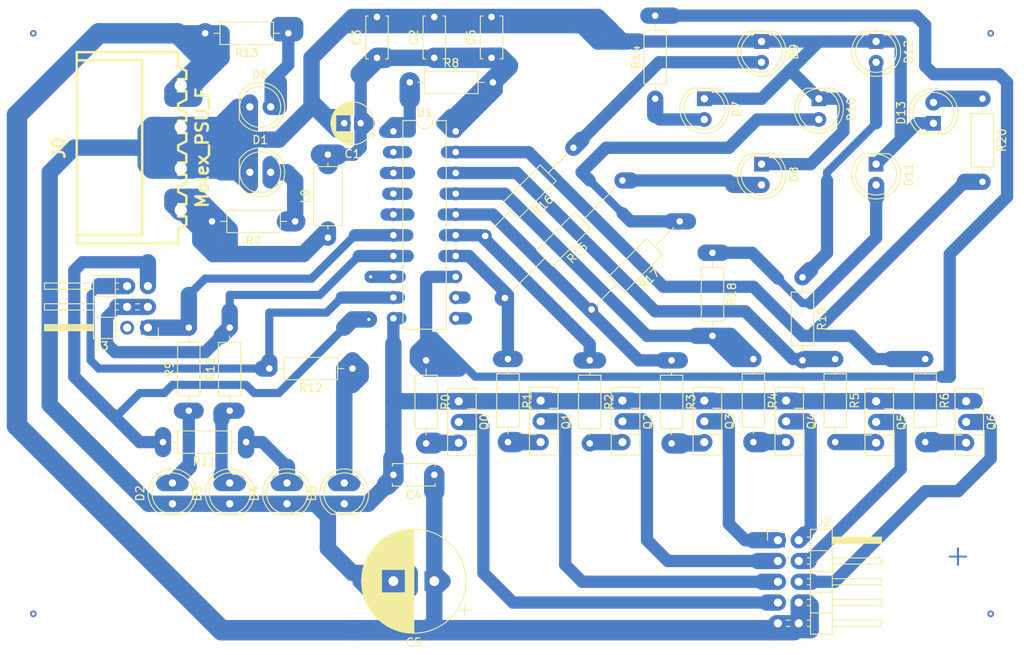
<source format=kicad_pcb>
(kicad_pcb (version 20171130) (host pcbnew 5.1.9)
  (layers (0 F.Cu signal) (31 B.Cu signal) (34 B.Paste user) (35 F.Paste user) (36 B.SilkS user) (37 F.SilkS user) (38 B.Mask user) (39 F.Mask user) (44 Edge.Cuts user))
  (net 0 "")
  (net 1 Earth)
  (net 2 "Net-(D1-Pad2)")
  (net 3 "Net-(D2-Pad2)")
  (net 4 "Net-(D3-Pad2)")
  (net 5 "Net-(D4-Pad2)")
  (net 6 "Net-(D5-Pad2)")
  (net 7 "Net-(D6-Pad2)")
  (net 8 "Net-(D7-Pad2)")
  (net 9 /5V+)
  (net 10 "Net-(D8-Pad2)")
  (net 11 "Net-(D9-Pad2)")
  (net 12 "Net-(D10-Pad2)")
  (net 13 "Net-(D11-Pad2)")
  (net 14 "Net-(D12-Pad2)")
  (net 15 "Net-(D13-Pad2)")
  (net 16 /+12V)
  (net 17 /SEG_G)
  (net 18 /SEG_F)
  (net 19 /SEG_E)
  (net 20 /SEG_D)
  (net 21 /SEG_C)
  (net 22 /SEG_B)
  (net 23 /SEG_A)
  (net 24 "Net-(Q0-Pad3)")
  (net 25 "Net-(Q1-Pad3)")
  (net 26 "Net-(Q2-Pad3)")
  (net 27 "Net-(Q3-Pad3)")
  (net 28 "Net-(Q4-Pad3)")
  (net 29 "Net-(Q5-Pad3)")
  (net 30 "Net-(Q6-Pad3)")
  (net 31 "Net-(R0-Pad1)")
  (net 32 "Net-(R1-Pad1)")
  (net 33 "Net-(R16-Pad2)")
  (net 34 "Net-(R17-Pad2)")
  (net 35 "Net-(R18-Pad2)")
  (net 36 "Net-(R19-Pad2)")
  (net 37 "Net-(R20-Pad2)")
  (net 38 "Net-(R8-Pad1)")
  (net 39 "Net-(U1-Pad11)")
  (net 40 "Net-(U1-Pad2)")
  (net 41 "Net-(U1-Pad12)")
  (net 42 "Net-(U1-Pad3)")
  (net 43 "Net-(U1-Pad4)")
  (net 44 "Net-(U1-Pad5)")
  (net 45 /BIT_C)
  (net 46 /BIT_A)
  (net 47 /BIT_D)
  (net 48 /BIT_B)
  (net 49 "Net-(J3-Pad2)")
  (net 50 "Net-(C1-Pad1)")
  (module Inductor_THT:L_Axial_L7.0mm_D3.3mm_P10.16mm_Horizontal_Fastron_MICC (layer F.Cu) (at 125 65 90)
    (fp_text reference L0 (at 5.08 -2.77 90) (layer F.SilkS))
    (fp_text value 22uH)
    (pad 2 thru_hole oval (at 10.16 0 90) (size 1.6 1.6) (drill 0.8) (layers *.Cu *.Mask) (net 50 "Net-(C1-Pad1)"))
    (pad 1 thru_hole circle (at 0 0 90) (size 1.6 1.6) (drill 0.8) (layers *.Cu *.Mask) (net 9 /5V+))
  )
  (module Capacitor_THT:C_Disc_D5.0mm_W2.5mm_P5.00mm (layer F.Cu) (at 145 43 90)
    (fp_text reference C6 (at 2.5 -2.5 90) (layer F.SilkS))
    (fp_text value 1nF)
    (pad 2 thru_hole circle (at 5 0 90) (size 1.6 1.6) (drill 0.8) (layers *.Cu *.Mask) (net 1 Earth))
    (pad 1 thru_hole circle (at 0 0 90) (size 1.6 1.6) (drill 0.8) (layers *.Cu *.Mask) (net 50 "Net-(C1-Pad1)"))
  )
  (module Capacitor_THT:CP_Radial_D5.0mm_P2.00mm (layer F.Cu) (at 129 51 180)
    (fp_text reference C1 (at 1 -3.75) (layer F.SilkS))
    (fp_text value "10uF 16V LOW ESR")
    (pad 2 thru_hole circle (at 2 0 180) (size 1.6 1.6) (drill 0.8) (layers *.Cu *.Mask) (net 1 Earth))
    (pad 1 thru_hole rect (at 0 0 180) (size 1.6 1.6) (drill 0.8) (layers *.Cu *.Mask) (net 50 "Net-(C1-Pad1)"))
  )
  (module Capacitor_THT:C_Disc_D5.0mm_W2.5mm_P5.00mm (layer F.Cu) (at 138 94 180)
    (fp_text reference C4 (at 2.5 -2.5) (layer F.SilkS))
    (fp_text value 220nF)
    (pad 2 thru_hole circle (at 5 0 180) (size 1.6 1.6) (drill 0.8) (layers *.Cu *.Mask) (net 1 Earth))
    (pad 1 thru_hole circle (at 0 0 180) (size 1.6 1.6) (drill 0.8) (layers *.Cu *.Mask) (net 16 /+12V))
  )
  (module Capacitor_THT:C_Disc_D5.0mm_W2.5mm_P5.00mm (layer F.Cu) (at 131 43 90)
    (fp_text reference C3 (at 2.5 -2.5 90) (layer F.SilkS))
    (fp_text value 100nF)
    (pad 2 thru_hole circle (at 5 0 90) (size 1.6 1.6) (drill 0.8) (layers *.Cu *.Mask) (net 1 Earth))
    (pad 1 thru_hole circle (at 0 0 90) (size 1.6 1.6) (drill 0.8) (layers *.Cu *.Mask) (net 50 "Net-(C1-Pad1)"))
  )
  (module Capacitor_THT:C_Disc_D5.0mm_W2.5mm_P5.00mm (layer F.Cu) (at 138 43 90)
    (fp_text reference C2 (at 2.5 -2.5 90) (layer F.SilkS))
    (fp_text value 10nF)
    (pad 2 thru_hole circle (at 5 0 90) (size 1.6 1.6) (drill 0.8) (layers *.Cu *.Mask) (net 1 Earth))
    (pad 1 thru_hole circle (at 0 0 90) (size 1.6 1.6) (drill 0.8) (layers *.Cu *.Mask) (net 50 "Net-(C1-Pad1)"))
  )
  (module Connector_PinHeader_2.54mm:PinHeader_2x05_P2.54mm_Horizontal (layer F.Cu) (at 180 102)
    (fp_text reference J2 (at 5.655 -2.27) (layer F.SilkS))
    (fp_text value Flat_7seg_F)
    (pad 10 thru_hole oval (at 2.54 10.16) (size 1.7 1.7) (drill 1) (layers *.Cu *.Mask) (net 16 /+12V))
    (pad 9 thru_hole oval (at 0 10.16) (size 1.7 1.7) (drill 1) (layers *.Cu *.Mask) (net 16 /+12V))
    (pad 8 thru_hole oval (at 2.54 7.62) (size 1.7 1.7) (drill 1) (layers *.Cu *.Mask) (net 16 /+12V))
    (pad 7 thru_hole oval (at 0 7.62) (size 1.7 1.7) (drill 1) (layers *.Cu *.Mask) (net 17 /SEG_G))
    (pad 6 thru_hole oval (at 2.54 5.08) (size 1.7 1.7) (drill 1) (layers *.Cu *.Mask) (net 23 /SEG_A))
    (pad 5 thru_hole oval (at 0 5.08) (size 1.7 1.7) (drill 1) (layers *.Cu *.Mask) (net 18 /SEG_F))
    (pad 4 thru_hole oval (at 2.54 2.54) (size 1.7 1.7) (drill 1) (layers *.Cu *.Mask) (net 22 /SEG_B))
    (pad 3 thru_hole oval (at 0 2.54) (size 1.7 1.7) (drill 1) (layers *.Cu *.Mask) (net 19 /SEG_E))
    (pad 2 thru_hole oval (at 2.54 0) (size 1.7 1.7) (drill 1) (layers *.Cu *.Mask) (net 21 /SEG_C))
    (pad 1 thru_hole rect (at 0 0) (size 1.7 1.7) (drill 1) (layers *.Cu *.Mask) (net 20 /SEG_D))
  )
  (module Resistor_THT:R_Axial_DIN0207_L6.3mm_D2.5mm_P10.16mm_Horizontal (layer F.Cu) (at 165 48 90)
    (fp_text reference R14 (at 5.08 -2.37 90) (layer F.SilkS))
    (fp_text value 22k)
    (pad 2 thru_hole oval (at 10.16 0 90) (size 1.6 1.6) (drill 0.8) (layers *.Cu *.Mask) (net 31 "Net-(R0-Pad1)"))
    (pad 1 thru_hole circle (at 0 0 90) (size 1.6 1.6) (drill 0.8) (layers *.Cu *.Mask) (net 8 "Net-(D7-Pad2)"))
  )
  (module Resistor_THT:R_Axial_DIN0207_L6.3mm_D2.5mm_P15.24mm_Horizontal (layer F.Cu) (at 159.203949 59.796051 225)
    (fp_text reference R15 (at 7.62 -2.37 225) (layer F.SilkS))
    (fp_text value 22k)
    (pad 2 thru_hole oval (at 17.78 0 225) (size 1.6 1.6) (drill 0.8) (layers *.Cu *.Mask) (net 32 "Net-(R1-Pad1)"))
    (pad 1 thru_hole circle (at -2.54 0 225) (size 1.6 1.6) (drill 0.8) (layers *.Cu *.Mask) (net 10 "Net-(D8-Pad2)"))
  )
  (module Package_DIP:DIP-20_W7.62mm (layer F.Cu) (at 133 52)
    (fp_text reference U1 (at 3.81 -2.33) (layer F.SilkS))
    (fp_text value ATtiny2313-20PU)
    (pad 1 thru_hole rect (at 0 0) (size 1.6 1.6) (drill 0.8) (layers *.Cu *.Mask) (net 38 "Net-(R8-Pad1)"))
    (pad 11 thru_hole oval (at 7.62 22.86) (size 1.6 1.6) (drill 0.8) (layers *.Cu *.Mask) (net 39 "Net-(U1-Pad11)"))
    (pad 2 thru_hole oval (at 0 2.54) (size 1.6 1.6) (drill 0.8) (layers *.Cu *.Mask) (net 40 "Net-(U1-Pad2)"))
    (pad 12 thru_hole oval (at 7.62 20.32) (size 1.6 1.6) (drill 0.8) (layers *.Cu *.Mask) (net 41 "Net-(U1-Pad12)"))
    (pad 3 thru_hole oval (at 0 5.08) (size 1.6 1.6) (drill 0.8) (layers *.Cu *.Mask) (net 42 "Net-(U1-Pad3)"))
    (pad 13 thru_hole oval (at 7.62 17.78) (size 1.6 1.6) (drill 0.8) (layers *.Cu *.Mask) (net 31 "Net-(R0-Pad1)"))
    (pad 4 thru_hole oval (at 0 7.62) (size 1.6 1.6) (drill 0.8) (layers *.Cu *.Mask) (net 43 "Net-(U1-Pad4)"))
    (pad 14 thru_hole oval (at 7.62 15.24) (size 1.6 1.6) (drill 0.8) (layers *.Cu *.Mask) (net 32 "Net-(R1-Pad1)"))
    (pad 5 thru_hole oval (at 0 10.16) (size 1.6 1.6) (drill 0.8) (layers *.Cu *.Mask) (net 44 "Net-(U1-Pad5)"))
    (pad 15 thru_hole oval (at 7.62 12.7) (size 1.6 1.6) (drill 0.8) (layers *.Cu *.Mask) (net 33 "Net-(R16-Pad2)"))
    (pad 6 thru_hole oval (at 0 12.7) (size 1.6 1.6) (drill 0.8) (layers *.Cu *.Mask) (net 47 /BIT_D))
    (pad 16 thru_hole oval (at 7.62 10.16) (size 1.6 1.6) (drill 0.8) (layers *.Cu *.Mask) (net 34 "Net-(R17-Pad2)"))
    (pad 7 thru_hole oval (at 0 15.24) (size 1.6 1.6) (drill 0.8) (layers *.Cu *.Mask) (net 45 /BIT_C))
    (pad 17 thru_hole oval (at 7.62 7.62) (size 1.6 1.6) (drill 0.8) (layers *.Cu *.Mask) (net 35 "Net-(R18-Pad2)"))
    (pad 8 thru_hole oval (at 0 17.78) (size 1.6 1.6) (drill 0.8) (layers *.Cu *.Mask) (net 48 /BIT_B))
    (pad 18 thru_hole oval (at 7.62 5.08) (size 1.6 1.6) (drill 0.8) (layers *.Cu *.Mask) (net 36 "Net-(R19-Pad2)"))
    (pad 9 thru_hole oval (at 0 20.32) (size 1.6 1.6) (drill 0.8) (layers *.Cu *.Mask) (net 46 /BIT_A))
    (pad 19 thru_hole oval (at 7.62 2.54) (size 1.6 1.6) (drill 0.8) (layers *.Cu *.Mask) (net 37 "Net-(R20-Pad2)"))
    (pad 10 thru_hole oval (at 0 22.86) (size 1.6 1.6) (drill 0.8) (layers *.Cu *.Mask) (net 1 Earth))
    (pad 20 thru_hole oval (at 7.62 0) (size 1.6 1.6) (drill 0.8) (layers *.Cu *.Mask) (net 50 "Net-(C1-Pad1)"))
  )
  (module LED_THT:LED_D5.0mm (layer F.Cu) (at 115.46 57)
    (fp_text reference D1 (at 1.27 -3.96) (layer F.SilkS))
    (fp_text value LED_2V_20mA)
    (pad 1 thru_hole rect (at 0 0) (size 1.8 1.8) (drill 0.9) (layers *.Cu *.Mask) (net 1 Earth))
    (pad 2 thru_hole circle (at 2.54 0) (size 1.8 1.8) (drill 0.9) (layers *.Cu *.Mask) (net 2 "Net-(D1-Pad2)"))
  )
  (module LED_THT:LED_D5.0mm (layer F.Cu) (at 106 97.54 90)
    (fp_text reference D2 (at 1.27 -3.96 90) (layer F.SilkS))
    (fp_text value LED_2V_20mA)
    (pad 1 thru_hole rect (at 0 0 90) (size 1.8 1.8) (drill 0.9) (layers *.Cu *.Mask) (net 1 Earth))
    (pad 2 thru_hole circle (at 2.54 0 90) (size 1.8 1.8) (drill 0.9) (layers *.Cu *.Mask) (net 3 "Net-(D2-Pad2)"))
  )
  (module LED_THT:LED_D5.0mm (layer F.Cu) (at 113 97.54 90)
    (fp_text reference D3 (at 1.27 -3.96 90) (layer F.SilkS))
    (fp_text value LED_2V_20mA)
    (pad 1 thru_hole rect (at 0 0 90) (size 1.8 1.8) (drill 0.9) (layers *.Cu *.Mask) (net 1 Earth))
    (pad 2 thru_hole circle (at 2.54 0 90) (size 1.8 1.8) (drill 0.9) (layers *.Cu *.Mask) (net 4 "Net-(D3-Pad2)"))
  )
  (module LED_THT:LED_D5.0mm (layer F.Cu) (at 120 97.54 90)
    (fp_text reference D4 (at 1.27 -3.96 90) (layer F.SilkS))
    (fp_text value LED_2V_20mA)
    (pad 1 thru_hole rect (at 0 0 90) (size 1.8 1.8) (drill 0.9) (layers *.Cu *.Mask) (net 1 Earth))
    (pad 2 thru_hole circle (at 2.54 0 90) (size 1.8 1.8) (drill 0.9) (layers *.Cu *.Mask) (net 5 "Net-(D4-Pad2)"))
  )
  (module LED_THT:LED_D5.0mm (layer F.Cu) (at 127 97.54 90)
    (fp_text reference D5 (at 1.27 -3.96 90) (layer F.SilkS))
    (fp_text value LED_2V_20mA)
    (pad 2 thru_hole circle (at 2.54 0 90) (size 1.8 1.8) (drill 0.9) (layers *.Cu *.Mask) (net 6 "Net-(D5-Pad2)"))
    (pad 1 thru_hole rect (at 0 0 90) (size 1.8 1.8) (drill 0.9) (layers *.Cu *.Mask) (net 1 Earth))
  )
  (module LED_THT:LED_D5.0mm (layer F.Cu) (at 115.46 49)
    (fp_text reference D6 (at 1.27 -3.96) (layer F.SilkS))
    (fp_text value LED_2V_20mA)
    (pad 1 thru_hole rect (at 0 0) (size 1.8 1.8) (drill 0.9) (layers *.Cu *.Mask) (net 1 Earth))
    (pad 2 thru_hole circle (at 2.54 0) (size 1.8 1.8) (drill 0.9) (layers *.Cu *.Mask) (net 7 "Net-(D6-Pad2)"))
  )
  (module LED_THT:LED_D5.0mm (layer F.Cu) (at 171 48 270)
    (fp_text reference D7 (at 1.27 -3.96 90) (layer F.SilkS))
    (fp_text value LED_2V_20mA_G)
    (pad 2 thru_hole circle (at 2.54 0 270) (size 1.8 1.8) (drill 0.9) (layers *.Cu *.Mask) (net 8 "Net-(D7-Pad2)"))
    (pad 1 thru_hole rect (at 0 0 270) (size 1.8 1.8) (drill 0.9) (layers *.Cu *.Mask) (net 1 Earth))
  )
  (module LED_THT:LED_D5.0mm (layer F.Cu) (at 178 56 270)
    (fp_text reference D8 (at 1.27 -3.96 90) (layer F.SilkS))
    (fp_text value LED_2V_20mA_F)
    (pad 2 thru_hole circle (at 2.54 0 270) (size 1.8 1.8) (drill 0.9) (layers *.Cu *.Mask) (net 10 "Net-(D8-Pad2)"))
    (pad 1 thru_hole rect (at 0 0 270) (size 1.8 1.8) (drill 0.9) (layers *.Cu *.Mask) (net 1 Earth))
  )
  (module LED_THT:LED_D5.0mm (layer F.Cu) (at 178 41 270)
    (fp_text reference D9 (at 1.27 -3.96 90) (layer F.SilkS))
    (fp_text value LED_2V_20mA_E)
    (pad 2 thru_hole circle (at 2.54 0 270) (size 1.8 1.8) (drill 0.9) (layers *.Cu *.Mask) (net 11 "Net-(D9-Pad2)"))
    (pad 1 thru_hole rect (at 0 0 270) (size 1.8 1.8) (drill 0.9) (layers *.Cu *.Mask) (net 1 Earth))
  )
  (module LED_THT:LED_D5.0mm (layer F.Cu) (at 185 48 270)
    (fp_text reference D10 (at 1.27 -3.96 90) (layer F.SilkS))
    (fp_text value LED_2V_20mA_D)
    (pad 2 thru_hole circle (at 2.54 0 270) (size 1.8 1.8) (drill 0.9) (layers *.Cu *.Mask) (net 12 "Net-(D10-Pad2)"))
    (pad 1 thru_hole rect (at 0 0 270) (size 1.8 1.8) (drill 0.9) (layers *.Cu *.Mask) (net 1 Earth))
  )
  (module LED_THT:LED_D5.0mm (layer F.Cu) (at 192 56 270)
    (fp_text reference D11 (at 1.27 -3.96 90) (layer F.SilkS))
    (fp_text value LED_2V_20mA_C)
    (pad 1 thru_hole rect (at 0 0 270) (size 1.8 1.8) (drill 0.9) (layers *.Cu *.Mask) (net 1 Earth))
    (pad 2 thru_hole circle (at 2.54 0 270) (size 1.8 1.8) (drill 0.9) (layers *.Cu *.Mask) (net 13 "Net-(D11-Pad2)"))
  )
  (module LED_THT:LED_D5.0mm (layer F.Cu) (at 192 41 270)
    (fp_text reference D12 (at 1.27 -3.96 90) (layer F.SilkS))
    (fp_text value LED_2V_20mA_B)
    (pad 2 thru_hole circle (at 2.54 0 270) (size 1.8 1.8) (drill 0.9) (layers *.Cu *.Mask) (net 14 "Net-(D12-Pad2)"))
    (pad 1 thru_hole rect (at 0 0 270) (size 1.8 1.8) (drill 0.9) (layers *.Cu *.Mask) (net 1 Earth))
  )
  (module LED_THT:LED_D5.0mm (layer F.Cu) (at 199 51 90)
    (fp_text reference D13 (at 1.27 -3.96 90) (layer F.SilkS))
    (fp_text value LED_2V_20mA_A)
    (pad 1 thru_hole rect (at 0 0 90) (size 1.8 1.8) (drill 0.9) (layers *.Cu *.Mask) (net 1 Earth))
    (pad 2 thru_hole circle (at 2.54 0 90) (size 1.8 1.8) (drill 0.9) (layers *.Cu *.Mask) (net 15 "Net-(D13-Pad2)"))
  )
  (module PSU:conn_hdd_15-24-4441 (layer F.Cu) (at 101 54 270)
    (fp_text reference J0 (at 0 8.89 90) (layer F.SilkS) (effects (font (size 1.524 1.524) (thickness 0.3048))))
    (fp_text value Molex_PSU_F (at 0 -8.636 90) (layer F.SilkS) (effects (font (size 1.524 1.524) (thickness 0.3048))))
    (pad "" np_thru_hole circle (at 5.08 4.14 270) (size 4 4) (drill 4) (layers *.Cu *.Mask F.SilkS))
    (pad 1 thru_hole circle (at -7.62 -6.02 270) (size 2.6 2.6) (drill 1.52) (layers *.Cu *.Mask) (net 16 /+12V))
    (pad 2 thru_hole circle (at -2.54 -6.02 270) (size 2.6 2.6) (drill 1.52) (layers *.Cu *.Mask) (net 1 Earth))
    (pad 3 thru_hole circle (at 2.54 -6.02 270) (size 2.6 2.6) (drill 1.52) (layers *.Cu *.Mask) (net 1 Earth))
    (pad 4 thru_hole circle (at 7.62 -6.02 270) (size 2.6 2.6) (drill 1.52) (layers *.Cu *.Mask) (net 9 /5V+))
    (pad "" np_thru_hole circle (at 10.16 -3.48 270) (size 2.54 2.54) (drill 2.54) (layers *.Cu *.Mask F.SilkS))
    (pad "" np_thru_hole circle (at -5.08 4.14 270) (size 4 4) (drill 4) (layers *.Cu *.Mask F.SilkS))
    (pad "" np_thru_hole circle (at -10.16 -3.48 270) (size 2.54 2.54) (drill 2.54) (layers *.Cu *.Mask F.SilkS))
  )
  (module Connector_PinHeader_2.54mm:PinHeader_2x03_P2.54mm_Horizontal (layer F.Cu) (at 103 76 180)
    (fp_text reference J3 (at 5.655 -2.27) (layer F.SilkS))
    (fp_text value Rpi_DATA_F_3.3V)
    (pad 1 thru_hole rect (at 0 0 180) (size 1.7 1.7) (drill 1) (layers *.Cu *.Mask) (net 47 /BIT_D))
    (pad 2 thru_hole oval (at 2.54 0 180) (size 1.7 1.7) (drill 1) (layers *.Cu *.Mask) (net 49 "Net-(J3-Pad2)"))
    (pad 3 thru_hole oval (at 0 2.54 180) (size 1.7 1.7) (drill 1) (layers *.Cu *.Mask) (net 45 /BIT_C))
    (pad 4 thru_hole oval (at 2.54 2.54 180) (size 1.7 1.7) (drill 1) (layers *.Cu *.Mask) (net 45 /BIT_C))
    (pad 5 thru_hole oval (at 0 5.08 180) (size 1.7 1.7) (drill 1) (layers *.Cu *.Mask) (net 48 /BIT_B))
    (pad 6 thru_hole oval (at 2.54 5.08 180) (size 1.7 1.7) (drill 1) (layers *.Cu *.Mask) (net 46 /BIT_A))
  )
  (module Package_TO_SOT_THT:TO-126-3_Vertical (layer F.Cu) (at 141 85 270)
    (fp_text reference Q0 (at 2.54 -3.12 90) (layer F.SilkS))
    (fp_text value BD139-16)
    (pad 3 thru_hole oval (at 5.08 0 270) (size 1.8 1.8) (drill 1) (layers *.Cu *.Mask) (net 24 "Net-(Q0-Pad3)"))
    (pad 2 thru_hole oval (at 2.54 0 270) (size 1.8 1.8) (drill 1) (layers *.Cu *.Mask) (net 17 /SEG_G))
    (pad 1 thru_hole rect (at 0 0 270) (size 1.8 1.8) (drill 1) (layers *.Cu *.Mask) (net 1 Earth))
  )
  (module Package_TO_SOT_THT:TO-126-3_Vertical (layer F.Cu) (at 151 84.92 270)
    (fp_text reference Q1 (at 2.54 -3.12 90) (layer F.SilkS))
    (fp_text value BD139-16)
    (pad 1 thru_hole rect (at 0 0 270) (size 1.8 1.8) (drill 1) (layers *.Cu *.Mask) (net 1 Earth))
    (pad 2 thru_hole oval (at 2.54 0 270) (size 1.8 1.8) (drill 1) (layers *.Cu *.Mask) (net 18 /SEG_F))
    (pad 3 thru_hole oval (at 5.08 0 270) (size 1.8 1.8) (drill 1) (layers *.Cu *.Mask) (net 25 "Net-(Q1-Pad3)"))
  )
  (module Package_TO_SOT_THT:TO-126-3_Vertical (layer F.Cu) (at 161 84.92 270)
    (fp_text reference Q2 (at 2.54 -3.12 90) (layer F.SilkS))
    (fp_text value BD139-16)
    (pad 3 thru_hole oval (at 5.08 0 270) (size 1.8 1.8) (drill 1) (layers *.Cu *.Mask) (net 26 "Net-(Q2-Pad3)"))
    (pad 2 thru_hole oval (at 2.54 0 270) (size 1.8 1.8) (drill 1) (layers *.Cu *.Mask) (net 19 /SEG_E))
    (pad 1 thru_hole rect (at 0 0 270) (size 1.8 1.8) (drill 1) (layers *.Cu *.Mask) (net 1 Earth))
  )
  (module Package_TO_SOT_THT:TO-126-3_Vertical (layer F.Cu) (at 171 84.92 270)
    (fp_text reference Q3 (at 2.54 -3.12 90) (layer F.SilkS))
    (fp_text value BD139-16)
    (pad 1 thru_hole rect (at 0 0 270) (size 1.8 1.8) (drill 1) (layers *.Cu *.Mask) (net 1 Earth))
    (pad 2 thru_hole oval (at 2.54 0 270) (size 1.8 1.8) (drill 1) (layers *.Cu *.Mask) (net 20 /SEG_D))
    (pad 3 thru_hole oval (at 5.08 0 270) (size 1.8 1.8) (drill 1) (layers *.Cu *.Mask) (net 27 "Net-(Q3-Pad3)"))
  )
  (module Package_TO_SOT_THT:TO-126-3_Vertical (layer F.Cu) (at 181 84.92 270)
    (fp_text reference Q4 (at 2.54 -3.12 90) (layer F.SilkS))
    (fp_text value BD139-16)
    (pad 1 thru_hole rect (at 0 0 270) (size 1.8 1.8) (drill 1) (layers *.Cu *.Mask) (net 1 Earth))
    (pad 2 thru_hole oval (at 2.54 0 270) (size 1.8 1.8) (drill 1) (layers *.Cu *.Mask) (net 21 /SEG_C))
    (pad 3 thru_hole oval (at 5.08 0 270) (size 1.8 1.8) (drill 1) (layers *.Cu *.Mask) (net 28 "Net-(Q4-Pad3)"))
  )
  (module Package_TO_SOT_THT:TO-126-3_Vertical (layer F.Cu) (at 192 85 270)
    (fp_text reference Q5 (at 2.54 -3.12 90) (layer F.SilkS))
    (fp_text value BD139-16)
    (pad 3 thru_hole oval (at 5.08 0 270) (size 1.8 1.8) (drill 1) (layers *.Cu *.Mask) (net 29 "Net-(Q5-Pad3)"))
    (pad 2 thru_hole oval (at 2.54 0 270) (size 1.8 1.8) (drill 1) (layers *.Cu *.Mask) (net 22 /SEG_B))
    (pad 1 thru_hole rect (at 0 0 270) (size 1.8 1.8) (drill 1) (layers *.Cu *.Mask) (net 1 Earth))
  )
  (module Package_TO_SOT_THT:TO-126-3_Vertical (layer F.Cu) (at 203 85 270)
    (fp_text reference Q6 (at 2.54 -3.12 90) (layer F.SilkS))
    (fp_text value BD139-16)
    (pad 1 thru_hole rect (at 0 0 270) (size 1.8 1.8) (drill 1) (layers *.Cu *.Mask) (net 1 Earth))
    (pad 2 thru_hole oval (at 2.54 0 270) (size 1.8 1.8) (drill 1) (layers *.Cu *.Mask) (net 23 /SEG_A))
    (pad 3 thru_hole oval (at 5.08 0 270) (size 1.8 1.8) (drill 1) (layers *.Cu *.Mask) (net 30 "Net-(Q6-Pad3)"))
  )
  (module Resistor_THT:R_Axial_DIN0207_L6.3mm_D2.5mm_P10.16mm_Horizontal (layer F.Cu) (at 137 80 270)
    (fp_text reference R0 (at 5.08 -2.37 90) (layer F.SilkS))
    (fp_text value 1k)
    (pad 1 thru_hole circle (at 0 0 270) (size 1.6 1.6) (drill 0.8) (layers *.Cu *.Mask) (net 31 "Net-(R0-Pad1)"))
    (pad 2 thru_hole oval (at 10.16 0 270) (size 1.6 1.6) (drill 0.8) (layers *.Cu *.Mask) (net 24 "Net-(Q0-Pad3)"))
  )
  (module Resistor_THT:R_Axial_DIN0207_L6.3mm_D2.5mm_P10.16mm_Horizontal (layer F.Cu) (at 147 79.84 270)
    (fp_text reference R1 (at 5.08 -2.37 90) (layer F.SilkS))
    (fp_text value 1k)
    (pad 2 thru_hole oval (at 10.16 0 270) (size 1.6 1.6) (drill 0.8) (layers *.Cu *.Mask) (net 25 "Net-(Q1-Pad3)"))
    (pad 1 thru_hole circle (at 0 0 270) (size 1.6 1.6) (drill 0.8) (layers *.Cu *.Mask) (net 32 "Net-(R1-Pad1)"))
  )
  (module Resistor_THT:R_Axial_DIN0207_L6.3mm_D2.5mm_P10.16mm_Horizontal (layer F.Cu) (at 157 80 270)
    (fp_text reference R2 (at 5.08 -2.37 90) (layer F.SilkS))
    (fp_text value 1k)
    (pad 2 thru_hole oval (at 10.16 0 270) (size 1.6 1.6) (drill 0.8) (layers *.Cu *.Mask) (net 26 "Net-(Q2-Pad3)"))
    (pad 1 thru_hole circle (at 0 0 270) (size 1.6 1.6) (drill 0.8) (layers *.Cu *.Mask) (net 33 "Net-(R16-Pad2)"))
  )
  (module Resistor_THT:R_Axial_DIN0207_L6.3mm_D2.5mm_P10.16mm_Horizontal (layer F.Cu) (at 167 80 270)
    (fp_text reference R3 (at 5.08 -2.37 90) (layer F.SilkS))
    (fp_text value 1k)
    (pad 1 thru_hole circle (at 0 0 270) (size 1.6 1.6) (drill 0.8) (layers *.Cu *.Mask) (net 34 "Net-(R17-Pad2)"))
    (pad 2 thru_hole oval (at 10.16 0 270) (size 1.6 1.6) (drill 0.8) (layers *.Cu *.Mask) (net 27 "Net-(Q3-Pad3)"))
  )
  (module Resistor_THT:R_Axial_DIN0207_L6.3mm_D2.5mm_P10.16mm_Horizontal (layer F.Cu) (at 177 79.84 270)
    (fp_text reference R4 (at 5.08 -2.37 90) (layer F.SilkS))
    (fp_text value 1k)
    (pad 2 thru_hole oval (at 10.16 0 270) (size 1.6 1.6) (drill 0.8) (layers *.Cu *.Mask) (net 28 "Net-(Q4-Pad3)"))
    (pad 1 thru_hole circle (at 0 0 270) (size 1.6 1.6) (drill 0.8) (layers *.Cu *.Mask) (net 35 "Net-(R18-Pad2)"))
  )
  (module Resistor_THT:R_Axial_DIN0207_L6.3mm_D2.5mm_P10.16mm_Horizontal (layer F.Cu) (at 187 79.84 270)
    (fp_text reference R5 (at 5.08 -2.37 90) (layer F.SilkS))
    (fp_text value 1k)
    (pad 1 thru_hole circle (at 0 0 270) (size 1.6 1.6) (drill 0.8) (layers *.Cu *.Mask) (net 36 "Net-(R19-Pad2)"))
    (pad 2 thru_hole oval (at 10.16 0 270) (size 1.6 1.6) (drill 0.8) (layers *.Cu *.Mask) (net 29 "Net-(Q5-Pad3)"))
  )
  (module Resistor_THT:R_Axial_DIN0207_L6.3mm_D2.5mm_P10.16mm_Horizontal (layer F.Cu) (at 198 79.84 270)
    (fp_text reference R6 (at 5.08 -2.37 90) (layer F.SilkS))
    (fp_text value 1k)
    (pad 1 thru_hole circle (at 0 0 270) (size 1.6 1.6) (drill 0.8) (layers *.Cu *.Mask) (net 37 "Net-(R20-Pad2)"))
    (pad 2 thru_hole oval (at 10.16 0 270) (size 1.6 1.6) (drill 0.8) (layers *.Cu *.Mask) (net 30 "Net-(Q6-Pad3)"))
  )
  (module Resistor_THT:R_Axial_DIN0207_L6.3mm_D2.5mm_P10.16mm_Horizontal (layer F.Cu) (at 121 63 180)
    (fp_text reference R7 (at 5.08 -2.37) (layer F.SilkS))
    (fp_text value 33k)
    (pad 1 thru_hole circle (at 0 0 180) (size 1.6 1.6) (drill 0.8) (layers *.Cu *.Mask) (net 2 "Net-(D1-Pad2)"))
    (pad 2 thru_hole oval (at 10.16 0 180) (size 1.6 1.6) (drill 0.8) (layers *.Cu *.Mask) (net 9 /5V+))
  )
  (module Resistor_THT:R_Axial_DIN0207_L6.3mm_D2.5mm_P10.16mm_Horizontal (layer F.Cu) (at 135 46)
    (fp_text reference R8 (at 5.08 -2.37) (layer F.SilkS))
    (fp_text value 10k)
    (pad 2 thru_hole oval (at 10.16 0) (size 1.6 1.6) (drill 0.8) (layers *.Cu *.Mask) (net 50 "Net-(C1-Pad1)"))
    (pad 1 thru_hole circle (at 0 0) (size 1.6 1.6) (drill 0.8) (layers *.Cu *.Mask) (net 38 "Net-(R8-Pad1)"))
  )
  (module Resistor_THT:R_Axial_DIN0207_L6.3mm_D2.5mm_P10.16mm_Horizontal (layer F.Cu) (at 108 86.16 90)
    (fp_text reference R9 (at 5.08 -2.37 90) (layer F.SilkS))
    (fp_text value 1k5)
    (pad 1 thru_hole circle (at 0 0 90) (size 1.6 1.6) (drill 0.8) (layers *.Cu *.Mask) (net 3 "Net-(D2-Pad2)"))
    (pad 2 thru_hole oval (at 10.16 0 90) (size 1.6 1.6) (drill 0.8) (layers *.Cu *.Mask) (net 47 /BIT_D))
  )
  (module Resistor_THT:R_Axial_DIN0207_L6.3mm_D2.5mm_P10.16mm_Horizontal (layer F.Cu) (at 113 86.16 90)
    (fp_text reference R10 (at 5.08 -2.37 90) (layer F.SilkS))
    (fp_text value 1k5)
    (pad 2 thru_hole oval (at 10.16 0 90) (size 1.6 1.6) (drill 0.8) (layers *.Cu *.Mask) (net 45 /BIT_C))
    (pad 1 thru_hole circle (at 0 0 90) (size 1.6 1.6) (drill 0.8) (layers *.Cu *.Mask) (net 4 "Net-(D3-Pad2)"))
  )
  (module Resistor_THT:R_Axial_DIN0207_L6.3mm_D2.5mm_P10.16mm_Horizontal (layer F.Cu) (at 115 90 180)
    (fp_text reference R11 (at 5.08 -2.37) (layer F.SilkS))
    (fp_text value 1k5)
    (pad 2 thru_hole oval (at 10.16 0 180) (size 1.6 1.6) (drill 0.8) (layers *.Cu *.Mask) (net 48 /BIT_B))
    (pad 1 thru_hole circle (at 0 0 180) (size 1.6 1.6) (drill 0.8) (layers *.Cu *.Mask) (net 5 "Net-(D4-Pad2)"))
  )
  (module Resistor_THT:R_Axial_DIN0207_L6.3mm_D2.5mm_P10.16mm_Horizontal (layer F.Cu) (at 128 81 180)
    (fp_text reference R12 (at 5.08 -2.37) (layer F.SilkS))
    (fp_text value 1k5)
    (pad 1 thru_hole circle (at 0 0 180) (size 1.6 1.6) (drill 0.8) (layers *.Cu *.Mask) (net 6 "Net-(D5-Pad2)"))
    (pad 2 thru_hole oval (at 10.16 0 180) (size 1.6 1.6) (drill 0.8) (layers *.Cu *.Mask) (net 46 /BIT_A))
  )
  (module Resistor_THT:R_Axial_DIN0207_L6.3mm_D2.5mm_P10.16mm_Horizontal (layer F.Cu) (at 120.16 40 180)
    (fp_text reference R13 (at 5.08 -2.37) (layer F.SilkS))
    (fp_text value 33k)
    (pad 1 thru_hole circle (at 0 0 180) (size 1.6 1.6) (drill 0.8) (layers *.Cu *.Mask) (net 7 "Net-(D6-Pad2)"))
    (pad 2 thru_hole oval (at 10.16 0 180) (size 1.6 1.6) (drill 0.8) (layers *.Cu *.Mask) (net 16 /+12V))
  )
  (module Resistor_THT:R_Axial_DIN0207_L6.3mm_D2.5mm_P10.16mm_Horizontal (layer F.Cu) (at 172 66.84 270)
    (fp_text reference R18 (at 5.08 -2.37 90) (layer F.SilkS))
    (fp_text value 22k)
    (pad 2 thru_hole oval (at 10.16 0 270) (size 1.6 1.6) (drill 0.8) (layers *.Cu *.Mask) (net 35 "Net-(R18-Pad2)"))
    (pad 1 thru_hole circle (at 0 0 270) (size 1.6 1.6) (drill 0.8) (layers *.Cu *.Mask) (net 13 "Net-(D11-Pad2)"))
  )
  (module Resistor_THT:R_Axial_DIN0207_L6.3mm_D2.5mm_P10.16mm_Horizontal (layer F.Cu) (at 183 69.84 270)
    (fp_text reference R19 (at 5.08 -2.37 90) (layer F.SilkS))
    (fp_text value 22k)
    (pad 1 thru_hole circle (at 0 0 270) (size 1.6 1.6) (drill 0.8) (layers *.Cu *.Mask) (net 14 "Net-(D12-Pad2)"))
    (pad 2 thru_hole oval (at 10.16 0 270) (size 1.6 1.6) (drill 0.8) (layers *.Cu *.Mask) (net 36 "Net-(R19-Pad2)"))
  )
  (module Resistor_THT:R_Axial_DIN0207_L6.3mm_D2.5mm_P10.16mm_Horizontal (layer F.Cu) (at 205 48 270)
    (fp_text reference R20 (at 5.08 -2.37 90) (layer F.SilkS))
    (fp_text value 22k)
    (pad 2 thru_hole oval (at 10.16 0 270) (size 1.6 1.6) (drill 0.8) (layers *.Cu *.Mask) (net 37 "Net-(R20-Pad2)"))
    (pad 1 thru_hole circle (at 0 0 270) (size 1.6 1.6) (drill 0.8) (layers *.Cu *.Mask) (net 15 "Net-(D13-Pad2)"))
  )
  (module Resistor_THT:R_Axial_DIN0207_L6.3mm_D2.5mm_P15.24mm_Horizontal (layer F.Cu) (at 155 54 225)
    (fp_text reference R16 (at 7.62 -2.37 45) (layer F.SilkS))
    (fp_text value 22k)
    (pad 1 thru_hole circle (at 0 0 225) (size 1.6 1.6) (drill 0.8) (layers *.Cu *.Mask) (net 11 "Net-(D9-Pad2)"))
    (pad 2 thru_hole oval (at 15.24 0 225) (size 1.6 1.6) (drill 0.8) (layers *.Cu *.Mask) (net 33 "Net-(R16-Pad2)"))
  )
  (module Resistor_THT:R_Axial_DIN0207_L6.3mm_D2.5mm_P15.24mm_Horizontal (layer F.Cu) (at 168 63 225)
    (fp_text reference R17 (at 7.62 -2.37 45) (layer F.SilkS))
    (fp_text value 22k)
    (pad 2 thru_hole oval (at 15.24 0 225) (size 1.6 1.6) (drill 0.8) (layers *.Cu *.Mask) (net 34 "Net-(R17-Pad2)"))
    (pad 1 thru_hole circle (at 0 0 225) (size 1.6 1.6) (drill 0.8) (layers *.Cu *.Mask) (net 12 "Net-(D10-Pad2)"))
  )
  (module Capacitor_THT:CP_Radial_D12.5mm_P5.00mm (layer F.Cu) (at 138 107 180)
    (fp_text reference C5 (at 2.5 -7.5) (layer F.SilkS))
    (fp_text value "1000uF 35V LOW ESR")
    (pad 1 thru_hole rect (at 0 0 180) (size 2.4 2.4) (drill 1.2) (layers *.Cu *.Mask) (net 16 /+12V))
    (pad 2 thru_hole circle (at 5 0 180) (size 2.4 2.4) (drill 1.2) (layers *.Cu *.Mask) (net 1 Earth))
  )
  (via (at 89 40) (size 0.8) (drill 0.4) (layers F.Cu B.Cu) (net 0))
  (via (at 89 111) (size 0.8) (drill 0.4) (layers F.Cu B.Cu) (net 0))
  (via (at 206 40) (size 0.8) (drill 0.4) (layers F.Cu B.Cu) (net 0))
  (via (at 206 111) (size 0.8) (drill 0.4) (layers F.Cu B.Cu) (net 0))
  (segment (start 202 103) (end 202 105) (width 0.25) (layer B.Cu) (net 0))
  (segment (start 203 104) (end 201 104) (width 0.25) (layer B.Cu) (net 0))
  (segment (start 113 51.46) (end 115.46 49) (width 1.5) (layer B.Cu) (net 1))
  (segment (start 120 97.54) (end 113 97.54) (width 2) (layer B.Cu) (net 1))
  (segment (start 113 97.54) (end 106 97.54) (width 2) (layer B.Cu) (net 1))
  (segment (start 103.1 97.54) (end 91 85.44) (width 2) (layer B.Cu) (net 1))
  (segment (start 106 97.54) (end 103.1 97.54) (width 2) (layer B.Cu) (net 1))
  (segment (start 91 85.44) (end 91 57) (width 2) (layer B.Cu) (net 1))
  (segment (start 91 57) (end 94.02 53.98) (width 2) (layer B.Cu) (net 1))
  (segment (start 107.02 53.98) (end 107.02 56.54) (width 2.5) (layer B.Cu) (net 1))
  (segment (start 107.02 51.46) (end 107.02 53.98) (width 2.5) (layer B.Cu) (net 1))
  (segment (start 127 97.54) (end 129.9 97.54) (width 2) (layer B.Cu) (net 1))
  (segment (start 133 74.86) (end 133 78) (width 1.5) (layer B.Cu) (net 1))
  (segment (start 133 85) (end 133 78) (width 2) (layer B.Cu) (net 1))
  (segment (start 133 88) (end 133 85) (width 2) (layer B.Cu) (net 1))
  (segment (start 133 74.86) (end 133.86 74.86) (width 1.5) (layer B.Cu) (net 1))
  (segment (start 115.46 49) (end 114 49) (width 2) (layer B.Cu) (net 1))
  (segment (start 114 49) (end 112 51) (width 2) (layer B.Cu) (net 1))
  (segment (start 108.46 51.46) (end 108.46 55.46) (width 2) (layer B.Cu) (net 1))
  (segment (start 107.02 51.46) (end 108.46 51.46) (width 1.5) (layer B.Cu) (net 1))
  (segment (start 108.46 55.46) (end 108.92 55) (width 2) (layer B.Cu) (net 1))
  (segment (start 108.92 55) (end 112 55) (width 2) (layer B.Cu) (net 1))
  (segment (start 112 55) (end 112 53) (width 2) (layer B.Cu) (net 1))
  (segment (start 112 53) (end 110 53) (width 2) (layer B.Cu) (net 1))
  (segment (start 108.92 54.08) (end 111.54 51.46) (width 2) (layer B.Cu) (net 1))
  (segment (start 108.92 55) (end 108.92 54.08) (width 2) (layer B.Cu) (net 1))
  (segment (start 111.54 51.46) (end 113 51.46) (width 1.5) (layer B.Cu) (net 1))
  (segment (start 108.46 51.46) (end 111.54 51.46) (width 1.5) (layer B.Cu) (net 1))
  (segment (start 111.54 56.54) (end 113 56.54) (width 2) (layer B.Cu) (net 1))
  (segment (start 141 85) (end 139 85) (width 2) (layer B.Cu) (net 1))
  (segment (start 139 85) (end 133 85) (width 1.5) (layer B.Cu) (net 1))
  (segment (start 141 85) (end 143 85) (width 2) (layer B.Cu) (net 1))
  (segment (start 150.08 84.92) (end 150 85) (width 2) (layer B.Cu) (net 1))
  (segment (start 151 84.92) (end 150.08 84.92) (width 2) (layer B.Cu) (net 1))
  (segment (start 143 85) (end 150 85) (width 1.5) (layer B.Cu) (net 1))
  (segment (start 151 84.92) (end 152.08 84.92) (width 2) (layer B.Cu) (net 1))
  (segment (start 161 84.92) (end 159.92 84.92) (width 2) (layer B.Cu) (net 1))
  (segment (start 152.08 84.92) (end 159.92 84.92) (width 1.5) (layer B.Cu) (net 1))
  (segment (start 161 84.92) (end 162.08 84.92) (width 2) (layer B.Cu) (net 1))
  (segment (start 171 84.92) (end 169.92 84.92) (width 2) (layer B.Cu) (net 1))
  (segment (start 162.08 84.92) (end 169.92 84.92) (width 1.5) (layer B.Cu) (net 1))
  (segment (start 171 84.92) (end 172.08 84.92) (width 2) (layer B.Cu) (net 1))
  (segment (start 181 84.92) (end 180.08 84.92) (width 2) (layer B.Cu) (net 1))
  (segment (start 180.08 84.92) (end 172.08 84.92) (width 1.5) (layer B.Cu) (net 1))
  (segment (start 181 84.92) (end 182.08 84.92) (width 2) (layer B.Cu) (net 1))
  (segment (start 191.16 85) (end 191.08 84.92) (width 2) (layer B.Cu) (net 1))
  (segment (start 192 85) (end 191.16 85) (width 2) (layer B.Cu) (net 1))
  (segment (start 182.08 84.92) (end 191.08 84.92) (width 1.5) (layer B.Cu) (net 1))
  (segment (start 192 85) (end 193 85) (width 2) (layer B.Cu) (net 1))
  (segment (start 203 85) (end 202 85) (width 2) (layer B.Cu) (net 1))
  (segment (start 193 85) (end 202 85) (width 1.5) (layer B.Cu) (net 1))
  (segment (start 203 85) (end 204 85) (width 2) (layer B.Cu) (net 1))
  (segment (start 113 56.54) (end 113 54) (width 2) (layer B.Cu) (net 1))
  (segment (start 171 48) (end 178 48) (width 1.5) (layer B.Cu) (net 1))
  (segment (start 185 41) (end 192 41) (width 1.5) (layer B.Cu) (net 1))
  (segment (start 178 41) (end 185 41) (width 1.5) (layer B.Cu) (net 1))
  (segment (start 181.5 44.5) (end 185 48) (width 1.5) (layer B.Cu) (net 1))
  (segment (start 178 48) (end 181.5 44.5) (width 1.5) (layer B.Cu) (net 1))
  (segment (start 181.5 44.5) (end 185 41) (width 1.5) (layer B.Cu) (net 1))
  (segment (start 178 56) (end 184 56) (width 1.5) (layer B.Cu) (net 1))
  (segment (start 184 56) (end 188 52) (width 1.5) (layer B.Cu) (net 1))
  (segment (start 187.4 48) (end 185 48) (width 1.5) (layer B.Cu) (net 1))
  (segment (start 188 48.6) (end 187.4 48) (width 1.5) (layer B.Cu) (net 1))
  (segment (start 188 52) (end 188 48.6) (width 1.5) (layer B.Cu) (net 1))
  (segment (start 195 53) (end 195 41) (width 1.5) (layer B.Cu) (net 1))
  (segment (start 192 56) (end 195 53) (width 1.5) (layer B.Cu) (net 1))
  (segment (start 192 41) (end 195 41) (width 1.5) (layer B.Cu) (net 1))
  (segment (start 197 51) (end 195 53) (width 1.5) (layer B.Cu) (net 1))
  (segment (start 199 51) (end 197 51) (width 1.5) (layer B.Cu) (net 1))
  (segment (start 123.46 97.54) (end 120 97.54) (width 2) (layer B.Cu) (net 1))
  (segment (start 127 97.54) (end 123.46 97.54) (width 2) (layer B.Cu) (net 1))
  (segment (start 133 85) (end 204 85) (width 2) (layer B.Cu) (net 1))
  (segment (start 133 92) (end 133 94.44) (width 2.5) (layer B.Cu) (net 1))
  (segment (start 133 92) (end 133 88) (width 2) (layer B.Cu) (net 1))
  (segment (start 133 94.44) (end 132.22 95.22) (width 2.5) (layer B.Cu) (net 1))
  (segment (start 133 94) (end 133 94.44) (width 2.5) (layer B.Cu) (net 1))
  (segment (start 129.9 97.54) (end 132.22 95.22) (width 2) (layer B.Cu) (net 1))
  (segment (start 107.02 51.46) (end 111.54 51.46) (width 2.5) (layer B.Cu) (net 1))
  (segment (start 107.02 56.54) (end 111.54 56.54) (width 2.5) (layer B.Cu) (net 1))
  (segment (start 94.02 53.98) (end 102.98 53.98) (width 2) (layer B.Cu) (net 1))
  (segment (start 107.02 56.54) (end 104.54 56.54) (width 2.5) (layer B.Cu) (net 1))
  (segment (start 107.02 51.46) (end 103.54 51.46) (width 2.5) (layer B.Cu) (net 1))
  (segment (start 102.98 52.02) (end 102.98 53.98) (width 2.5) (layer B.Cu) (net 1))
  (segment (start 103.54 51.46) (end 102.98 52.02) (width 2.5) (layer B.Cu) (net 1))
  (segment (start 107.02 53.98) (end 102.98 53.98) (width 2.5) (layer B.Cu) (net 1))
  (segment (start 104.5 51.46) (end 107.02 53.98) (width 2.5) (layer B.Cu) (net 1))
  (segment (start 103.54 51.46) (end 104.5 51.46) (width 2.5) (layer B.Cu) (net 1))
  (segment (start 107.02 54.06) (end 104.54 56.54) (width 2.5) (layer B.Cu) (net 1))
  (segment (start 107.02 53.98) (end 107.02 54.06) (width 2.5) (layer B.Cu) (net 1))
  (segment (start 103.54 56.54) (end 104.54 56.54) (width 2.5) (layer B.Cu) (net 1))
  (segment (start 102.98 55.98) (end 103.54 56.54) (width 2.5) (layer B.Cu) (net 1))
  (segment (start 102.98 53.98) (end 102.98 55.98) (width 2.5) (layer B.Cu) (net 1))
  (segment (start 130 108) (end 129 107) (width 2) (layer B.Cu) (net 1))
  (segment (start 134 107) (end 130 107) (width 2) (layer B.Cu) (net 1))
  (segment (start 129 107) (end 134 107) (width 2) (layer B.Cu) (net 1))
  (segment (start 135 108) (end 130 108) (width 2) (layer B.Cu) (net 1))
  (segment (start 135 106) (end 135 108) (width 2) (layer B.Cu) (net 1))
  (segment (start 128 106) (end 135 106) (width 2) (layer B.Cu) (net 1))
  (segment (start 125 103) (end 128 106) (width 2) (layer B.Cu) (net 1))
  (segment (start 125 99.08) (end 125 103) (width 2) (layer B.Cu) (net 1))
  (segment (start 123.46 97.54) (end 125 99.08) (width 2) (layer B.Cu) (net 1))
  (segment (start 119 53) (end 113 53) (width 2) (layer B.Cu) (net 1))
  (segment (start 113 53) (end 113 51.46) (width 2) (layer B.Cu) (net 1))
  (segment (start 113 54) (end 113 53) (width 2) (layer B.Cu) (net 1))
  (segment (start 123 49) (end 119 53) (width 2) (layer B.Cu) (net 1))
  (segment (start 125 51) (end 123 49) (width 1.5) (layer B.Cu) (net 1))
  (segment (start 127 51) (end 127 50) (width 1.5) (layer B.Cu) (net 1))
  (segment (start 127 50) (end 125 50) (width 1.5) (layer B.Cu) (net 1))
  (segment (start 125 50) (end 124 49) (width 1.5) (layer B.Cu) (net 1))
  (segment (start 124 49) (end 123 48) (width 1.5) (layer B.Cu) (net 1))
  (segment (start 123 48) (end 123 49) (width 2) (layer B.Cu) (net 1))
  (segment (start 127 51) (end 127 52) (width 1.5) (layer B.Cu) (net 1))
  (segment (start 126 52) (end 125 51) (width 1.5) (layer B.Cu) (net 1))
  (segment (start 127 52) (end 126 52) (width 1.5) (layer B.Cu) (net 1))
  (segment (start 127 51) (end 126 51) (width 1.5) (layer B.Cu) (net 1))
  (segment (start 112 57) (end 111.54 56.54) (width 2) (layer B.Cu) (net 1))
  (segment (start 115.46 56.46) (end 113 54) (width 2) (layer B.Cu) (net 1))
  (segment (start 115.46 57) (end 115.46 56.46) (width 2) (layer B.Cu) (net 1))
  (segment (start 115.46 57) (end 115.46 58.54) (width 2) (layer B.Cu) (net 1))
  (segment (start 113.92 57) (end 112 57) (width 2) (layer B.Cu) (net 1))
  (segment (start 115.46 58.54) (end 113.92 57) (width 2) (layer B.Cu) (net 1))
  (segment (start 115.38 51.46) (end 115.46 51.54) (width 2) (layer B.Cu) (net 1))
  (segment (start 113 51.46) (end 115.38 51.46) (width 2) (layer B.Cu) (net 1))
  (segment (start 115.46 51.54) (end 115.46 57) (width 2) (layer B.Cu) (net 1))
  (segment (start 115.46 49) (end 115.46 51.54) (width 2) (layer B.Cu) (net 1))
  (segment (start 115.46 49) (end 115.46 48.46) (width 2) (layer B.Cu) (net 1))
  (segment (start 128 38) (end 158 38) (width 2) (layer B.Cu) (net 1))
  (segment (start 123 48) (end 123 43) (width 2) (layer B.Cu) (net 1))
  (segment (start 161 41) (end 163 41) (width 2) (layer B.Cu) (net 1))
  (segment (start 163 41) (end 178 41) (width 1.5) (layer B.Cu) (net 1))
  (segment (start 123 43) (end 127 39) (width 2) (layer B.Cu) (net 1))
  (segment (start 127 39) (end 128 38) (width 2) (layer B.Cu) (net 1))
  (segment (start 156 39) (end 155 39) (width 2) (layer B.Cu) (net 1))
  (segment (start 158 41) (end 156 39) (width 2) (layer B.Cu) (net 1))
  (segment (start 161 41) (end 158 41) (width 2) (layer B.Cu) (net 1))
  (segment (start 127 39) (end 155 39) (width 2) (layer B.Cu) (net 1))
  (segment (start 159 39) (end 159.5 39.5) (width 2) (layer B.Cu) (net 1))
  (segment (start 155 39) (end 159 39) (width 2) (layer B.Cu) (net 1))
  (segment (start 159.5 39.5) (end 161 41) (width 2) (layer B.Cu) (net 1))
  (segment (start 158 38) (end 159.5 39.5) (width 2) (layer B.Cu) (net 1))
  (segment (start 121 63) (end 120 63) (width 2.5) (layer B.Cu) (net 2))
  (segment (start 121 63) (end 121 58) (width 2) (layer B.Cu) (net 2))
  (segment (start 120 57) (end 118 57) (width 2) (layer B.Cu) (net 2))
  (segment (start 121 58) (end 120 57) (width 2) (layer B.Cu) (net 2))
  (segment (start 118 58) (end 118 57) (width 2) (layer B.Cu) (net 2))
  (segment (start 118 57) (end 118 56) (width 2) (layer B.Cu) (net 2))
  (segment (start 108 86.16) (end 108 93) (width 1.5) (layer B.Cu) (net 3))
  (segment (start 108 86.16) (end 107.16 86.16) (width 2) (layer B.Cu) (net 3))
  (segment (start 108 86.16) (end 108.84 86.16) (width 2) (layer B.Cu) (net 3))
  (segment (start 106 95) (end 108 93) (width 2) (layer B.Cu) (net 3))
  (segment (start 106 95) (end 105 95) (width 2) (layer B.Cu) (net 3))
  (segment (start 105 95) (end 107 95) (width 2) (layer B.Cu) (net 3))
  (segment (start 112 87.16) (end 112 94) (width 1.5) (layer B.Cu) (net 4))
  (segment (start 113 86.16) (end 113.84 86.16) (width 2) (layer B.Cu) (net 4))
  (segment (start 113 86.16) (end 112.16 86.16) (width 2) (layer B.Cu) (net 4))
  (segment (start 112 86.32) (end 112 87.16) (width 2) (layer B.Cu) (net 4))
  (segment (start 112.16 86.16) (end 112 86.32) (width 2) (layer B.Cu) (net 4))
  (segment (start 113 95) (end 112 94) (width 2) (layer B.Cu) (net 4))
  (segment (start 113 95) (end 112 95) (width 2) (layer B.Cu) (net 4))
  (segment (start 112 95) (end 114 95) (width 2) (layer B.Cu) (net 4))
  (segment (start 115 90) (end 115 89) (width 2) (layer B.Cu) (net 5))
  (segment (start 115 90) (end 115 91) (width 2) (layer B.Cu) (net 5))
  (segment (start 120 95) (end 120 93) (width 2) (layer B.Cu) (net 5))
  (segment (start 120 95) (end 119 95) (width 2) (layer B.Cu) (net 5))
  (segment (start 119 95) (end 121 95) (width 2) (layer B.Cu) (net 5))
  (segment (start 115 90) (end 117 90) (width 1.5) (layer B.Cu) (net 5))
  (segment (start 117 90) (end 120 93) (width 1.5) (layer B.Cu) (net 5))
  (segment (start 127 82) (end 128 81) (width 2) (layer B.Cu) (net 6))
  (segment (start 127 95) (end 127 82) (width 2) (layer B.Cu) (net 6))
  (segment (start 128 81) (end 128 83) (width 2) (layer B.Cu) (net 6))
  (segment (start 128 81) (end 128 80) (width 2) (layer B.Cu) (net 6))
  (segment (start 129 81) (end 128 80) (width 2) (layer B.Cu) (net 6))
  (segment (start 128 80) (end 127 81) (width 2) (layer B.Cu) (net 6))
  (segment (start 127 81) (end 127 82) (width 2) (layer B.Cu) (net 6))
  (segment (start 129 82) (end 128 83) (width 2) (layer B.Cu) (net 6))
  (segment (start 129 81) (end 129 82) (width 2) (layer B.Cu) (net 6))
  (segment (start 127 95) (end 126 95) (width 2) (layer B.Cu) (net 6))
  (segment (start 126 95) (end 128 95) (width 2) (layer B.Cu) (net 6))
  (segment (start 120.16 40) (end 120.16 43.84) (width 1.5) (layer B.Cu) (net 7))
  (segment (start 118 46) (end 118 49) (width 1.5) (layer B.Cu) (net 7))
  (segment (start 120.16 43.84) (end 118 46) (width 1.5) (layer B.Cu) (net 7))
  (segment (start 120.16 40) (end 119 40) (width 2) (layer B.Cu) (net 7))
  (segment (start 119 40) (end 119 39) (width 2) (layer B.Cu) (net 7))
  (segment (start 119 39) (end 121 39) (width 2) (layer B.Cu) (net 7))
  (segment (start 121 39) (end 121 40) (width 2) (layer B.Cu) (net 7))
  (segment (start 118 49) (end 119 49) (width 2) (layer B.Cu) (net 7))
  (segment (start 119 49) (end 119 46) (width 2) (layer B.Cu) (net 7))
  (segment (start 165.54 50.54) (end 171 50.54) (width 1.5) (layer B.Cu) (net 8))
  (segment (start 165 50) (end 165.54 50.54) (width 1.5) (layer B.Cu) (net 8))
  (segment (start 165 48) (end 165 50) (width 2) (layer B.Cu) (net 8))
  (segment (start 107.02 61.62) (end 108.38 61.62) (width 2) (layer B.Cu) (net 9))
  (segment (start 108.38 61.62) (end 109 61) (width 2) (layer B.Cu) (net 9))
  (segment (start 109 61) (end 108 60) (width 2) (layer B.Cu) (net 9))
  (segment (start 108 60) (end 106 60) (width 2) (layer B.Cu) (net 9))
  (segment (start 106 61) (end 106.62 61.62) (width 2) (layer B.Cu) (net 9))
  (segment (start 106 60) (end 106 61) (width 2) (layer B.Cu) (net 9))
  (segment (start 109.46 61.62) (end 108.38 61.62) (width 2.5) (layer B.Cu) (net 9))
  (segment (start 110.84 63) (end 109.46 61.62) (width 2.5) (layer B.Cu) (net 9))
  (segment (start 111 63.16) (end 110.84 63) (width 2) (layer B.Cu) (net 9))
  (segment (start 113 67) (end 113 64) (width 2) (layer B.Cu) (net 9))
  (segment (start 113 67) (end 111 67) (width 2) (layer B.Cu) (net 9))
  (segment (start 113 64) (end 112 63) (width 2) (layer B.Cu) (net 9))
  (segment (start 110.84 63) (end 112 63) (width 2) (layer B.Cu) (net 9))
  (segment (start 122 67) (end 113 67) (width 2) (layer B.Cu) (net 9))
  (segment (start 125 64) (end 122 67) (width 2) (layer B.Cu) (net 9))
  (segment (start 125 65) (end 125 64) (width 2) (layer B.Cu) (net 9))
  (segment (start 109 60) (end 113 64) (width 2) (layer B.Cu) (net 9))
  (segment (start 108 60) (end 109 60) (width 2) (layer B.Cu) (net 9))
  (segment (start 109.4 64) (end 111 64) (width 2) (layer B.Cu) (net 9))
  (segment (start 107.02 61.62) (end 109.4 64) (width 2) (layer B.Cu) (net 9))
  (segment (start 111 64) (end 111 63.16) (width 2) (layer B.Cu) (net 9))
  (segment (start 111 67) (end 111 64) (width 2) (layer B.Cu) (net 9))
  (segment (start 109.4 65.4) (end 111 67) (width 2) (layer B.Cu) (net 9))
  (segment (start 109.4 64) (end 109.4 65.4) (width 2) (layer B.Cu) (net 9))
  (segment (start 174 58) (end 174.54 58.54) (width 1.5) (layer B.Cu) (net 10))
  (segment (start 162 58) (end 174 58) (width 1.5) (layer B.Cu) (net 10))
  (segment (start 162 58) (end 161 58) (width 2) (layer B.Cu) (net 10))
  (segment (start 178 58.54) (end 174.54 58.54) (width 2) (layer B.Cu) (net 10))
  (segment (start 165.46 43.54) (end 178 43.54) (width 1.5) (layer B.Cu) (net 11))
  (segment (start 155 54) (end 156 53) (width 2) (layer B.Cu) (net 11))
  (segment (start 156 53) (end 165.46 43.54) (width 1.5) (layer B.Cu) (net 11))
  (segment (start 162 63) (end 161 62) (width 1.5) (layer B.Cu) (net 12))
  (segment (start 161 62) (end 157 58) (width 1) (layer B.Cu) (net 12))
  (segment (start 157 58) (end 156 57) (width 1.5) (layer B.Cu) (net 12))
  (segment (start 156 57) (end 159 54) (width 1.5) (layer B.Cu) (net 12))
  (segment (start 159 54) (end 174 54) (width 1.5) (layer B.Cu) (net 12))
  (segment (start 177.46 50.54) (end 185 50.54) (width 1.5) (layer B.Cu) (net 12))
  (segment (start 174 54) (end 177.46 50.54) (width 1.5) (layer B.Cu) (net 12))
  (segment (start 169 63) (end 168 63) (width 2) (layer B.Cu) (net 12))
  (segment (start 168 63) (end 167 63) (width 2) (layer B.Cu) (net 12))
  (segment (start 167 63) (end 162 63) (width 1.5) (layer B.Cu) (net 12))
  (segment (start 176.84 66.84) (end 180 70) (width 1.5) (layer B.Cu) (net 13))
  (segment (start 192 65) (end 184 73) (width 1.5) (layer B.Cu) (net 13))
  (segment (start 180 70) (end 183 73) (width 1) (layer B.Cu) (net 13))
  (segment (start 183 73) (end 184 73) (width 1) (layer B.Cu) (net 13))
  (segment (start 172 66.84) (end 171.16 66.84) (width 2) (layer B.Cu) (net 13))
  (segment (start 171.16 66.84) (end 173.16 66.84) (width 2) (layer B.Cu) (net 13))
  (segment (start 173.16 66.84) (end 176.84 66.84) (width 1.5) (layer B.Cu) (net 13))
  (segment (start 192 58.54) (end 192 60) (width 2) (layer B.Cu) (net 13))
  (segment (start 192 60) (end 192 65) (width 1.5) (layer B.Cu) (net 13))
  (segment (start 186 66.84) (end 186 58) (width 1.5) (layer B.Cu) (net 14))
  (segment (start 192 43.54) (end 192 51) (width 1.5) (layer B.Cu) (net 14))
  (segment (start 186 57) (end 192 51) (width 1) (layer B.Cu) (net 14))
  (segment (start 186 58) (end 186 57) (width 1) (layer B.Cu) (net 14))
  (segment (start 183 69.84) (end 183.92 68.92) (width 2) (layer B.Cu) (net 14))
  (segment (start 183.92 68.92) (end 186 66.84) (width 1.5) (layer B.Cu) (net 14))
  (segment (start 199.46 48) (end 199 48.46) (width 2) (layer B.Cu) (net 15))
  (segment (start 205 48) (end 199.46 48) (width 2) (layer B.Cu) (net 15))
  (segment (start 110 43.4) (end 110 40) (width 2.5) (layer B.Cu) (net 16))
  (segment (start 107.02 46.38) (end 110 43.4) (width 2.5) (layer B.Cu) (net 16))
  (segment (start 182.54 109.62) (end 182.54 112.46) (width 2) (layer B.Cu) (net 16))
  (segment (start 87 50) (end 87 88) (width 2.5) (layer B.Cu) (net 16))
  (segment (start 97 40) (end 87 50) (width 2.5) (layer B.Cu) (net 16))
  (segment (start 106.6 40) (end 97 40) (width 2.5) (layer B.Cu) (net 16))
  (segment (start 87 88) (end 112 113) (width 2.5) (layer B.Cu) (net 16))
  (segment (start 180 112.16) (end 179.84 112.16) (width 2) (layer B.Cu) (net 16))
  (segment (start 179.84 112.16) (end 179 113) (width 2) (layer B.Cu) (net 16))
  (segment (start 179 113) (end 182 113) (width 2.5) (layer B.Cu) (net 16))
  (segment (start 182.54 112.46) (end 182 113) (width 2) (layer B.Cu) (net 16))
  (segment (start 182.54 112.16) (end 182.54 112.46) (width 2) (layer B.Cu) (net 16))
  (segment (start 182.54 109.62) (end 182.54 112.16) (width 2) (layer B.Cu) (net 16))
  (segment (start 110 40) (end 106.6 40) (width 2) (layer B.Cu) (net 16))
  (segment (start 110 40) (end 112 40) (width 2) (layer B.Cu) (net 16))
  (segment (start 112 40) (end 112 43) (width 2) (layer B.Cu) (net 16))
  (segment (start 109.6 43) (end 108.3 41.7) (width 2) (layer B.Cu) (net 16))
  (segment (start 112 43) (end 109.6 43) (width 2) (layer B.Cu) (net 16))
  (segment (start 108.3 41.7) (end 106.6 40) (width 2.5) (layer B.Cu) (net 16))
  (segment (start 110 43.4) (end 108.3 41.7) (width 2.5) (layer B.Cu) (net 16))
  (segment (start 106.62 46.38) (end 107.24 47) (width 2) (layer B.Cu) (net 16))
  (segment (start 107.24 47) (end 108 47) (width 2) (layer B.Cu) (net 16))
  (segment (start 182.54 112.16) (end 180 112.16) (width 2) (layer B.Cu) (net 16))
  (segment (start 184 113) (end 182 113) (width 2) (layer B.Cu) (net 16))
  (segment (start 184 110) (end 184 113) (width 2) (layer B.Cu) (net 16))
  (segment (start 183.62 109.62) (end 184 110) (width 2) (layer B.Cu) (net 16))
  (segment (start 182.54 109.62) (end 183.62 109.62) (width 2) (layer B.Cu) (net 16))
  (segment (start 112 113) (end 128 113) (width 2.5) (layer B.Cu) (net 16))
  (segment (start 138 112) (end 137 113) (width 2) (layer B.Cu) (net 16))
  (segment (start 137 113) (end 179 113) (width 2.5) (layer B.Cu) (net 16))
  (segment (start 128 113) (end 137 113) (width 2.5) (layer B.Cu) (net 16))
  (segment (start 139 107) (end 138 107) (width 2) (layer B.Cu) (net 16))
  (segment (start 138 106) (end 139 107) (width 2) (layer B.Cu) (net 16))
  (segment (start 139 107) (end 138 108) (width 2) (layer B.Cu) (net 16))
  (segment (start 138 108) (end 138 112) (width 2) (layer B.Cu) (net 16))
  (segment (start 138 107) (end 138 108) (width 2) (layer B.Cu) (net 16))
  (segment (start 138 94) (end 138 95) (width 2.5) (layer B.Cu) (net 16))
  (segment (start 138 94) (end 138 96) (width 2.5) (layer B.Cu) (net 16))
  (segment (start 138 96) (end 138 106) (width 2) (layer B.Cu) (net 16))
  (segment (start 138 95) (end 138 96) (width 2) (layer B.Cu) (net 16))
  (segment (start 107.02 46.78) (end 107.24 47) (width 2.5) (layer B.Cu) (net 16))
  (segment (start 107.02 46.38) (end 107.02 46.78) (width 2.5) (layer B.Cu) (net 16))
  (segment (start 107.38 46.38) (end 108 47) (width 2.5) (layer B.Cu) (net 16))
  (segment (start 107.02 46.38) (end 107.38 46.38) (width 2.5) (layer B.Cu) (net 16))
  (segment (start 107.02 46.38) (end 108.64 48) (width 2) (layer B.Cu) (net 16))
  (segment (start 108.64 48) (end 106 48) (width 2) (layer B.Cu) (net 16))
  (segment (start 106 47) (end 106.62 46.38) (width 2) (layer B.Cu) (net 16))
  (segment (start 106 48) (end 106 47) (width 2) (layer B.Cu) (net 16))
  (segment (start 108.64 46.36) (end 109 46) (width 2) (layer B.Cu) (net 16))
  (segment (start 108.64 48) (end 108.64 46.36) (width 2) (layer B.Cu) (net 16))
  (segment (start 109 46) (end 112 43) (width 2) (layer B.Cu) (net 16))
  (segment (start 108 47) (end 109 46) (width 2) (layer B.Cu) (net 16))
  (segment (start 144 106) (end 147.62 109.62) (width 1.5) (layer B.Cu) (net 17))
  (segment (start 144 88) (end 144 106) (width 1.5) (layer B.Cu) (net 17))
  (segment (start 143.54 87.54) (end 144 88) (width 1.5) (layer B.Cu) (net 17))
  (segment (start 141 87.54) (end 143.54 87.54) (width 2) (layer B.Cu) (net 17))
  (segment (start 180 109.62) (end 178.62 109.62) (width 2) (layer B.Cu) (net 17))
  (segment (start 147.62 109.62) (end 178.62 109.62) (width 1.5) (layer B.Cu) (net 17))
  (segment (start 153.46 87.46) (end 154 88) (width 1.5) (layer B.Cu) (net 18))
  (segment (start 154 88) (end 154 105) (width 1.5) (layer B.Cu) (net 18))
  (segment (start 154 105) (end 156.08 107.08) (width 1.5) (layer B.Cu) (net 18))
  (segment (start 151 87.46) (end 153.46 87.46) (width 2) (layer B.Cu) (net 18))
  (segment (start 180 107.08) (end 178.08 107.08) (width 2) (layer B.Cu) (net 18))
  (segment (start 156.08 107.08) (end 178.08 107.08) (width 1.5) (layer B.Cu) (net 18))
  (segment (start 164 88) (end 164 102) (width 1.5) (layer B.Cu) (net 19))
  (segment (start 164 102) (end 166.54 104.54) (width 1.5) (layer B.Cu) (net 19))
  (segment (start 163.46 87.46) (end 164 88) (width 1.5) (layer B.Cu) (net 19))
  (segment (start 161 87.46) (end 163.46 87.46) (width 2) (layer B.Cu) (net 19))
  (segment (start 180 104.54) (end 177.54 104.54) (width 2) (layer B.Cu) (net 19))
  (segment (start 166.54 104.54) (end 177.54 104.54) (width 1.5) (layer B.Cu) (net 19))
  (segment (start 174 88) (end 174 100) (width 1.5) (layer B.Cu) (net 20))
  (segment (start 174 100) (end 176 102) (width 1.5) (layer B.Cu) (net 20))
  (segment (start 173.46 87.46) (end 174 88) (width 1.5) (layer B.Cu) (net 20))
  (segment (start 171 87.46) (end 173.46 87.46) (width 2) (layer B.Cu) (net 20))
  (segment (start 180 102) (end 177 102) (width 2) (layer B.Cu) (net 20))
  (segment (start 176 102) (end 177 102) (width 1.5) (layer B.Cu) (net 20))
  (segment (start 183.46 87.46) (end 184 88) (width 1.5) (layer B.Cu) (net 21))
  (segment (start 184 88) (end 184 100.54) (width 1.5) (layer B.Cu) (net 21))
  (segment (start 181 87.46) (end 183.46 87.46) (width 2) (layer B.Cu) (net 21))
  (segment (start 182.54 102) (end 183.27 101.27) (width 2) (layer B.Cu) (net 21))
  (segment (start 184 100.54) (end 183.27 101.27) (width 1.5) (layer B.Cu) (net 21))
  (segment (start 195 93.282081) (end 183.742081 104.54) (width 1.5) (layer B.Cu) (net 22))
  (segment (start 195 88) (end 195 93.282081) (width 1.5) (layer B.Cu) (net 22))
  (segment (start 194.54 87.54) (end 195 88) (width 1.5) (layer B.Cu) (net 22))
  (segment (start 192 87.54) (end 194.54 87.54) (width 2) (layer B.Cu) (net 22))
  (segment (start 182.54 104.54) (end 183.742081 104.54) (width 2) (layer B.Cu) (net 22))
  (segment (start 205.54 87.54) (end 206 88) (width 1.5) (layer B.Cu) (net 23))
  (segment (start 206 88) (end 206 92) (width 1.5) (layer B.Cu) (net 23))
  (segment (start 206 92) (end 202 96) (width 1.5) (layer B.Cu) (net 23))
  (segment (start 202 96) (end 198 96) (width 1.5) (layer B.Cu) (net 23))
  (segment (start 198 96) (end 186.92 107.08) (width 1.5) (layer B.Cu) (net 23))
  (segment (start 203 87.54) (end 205.54 87.54) (width 2) (layer B.Cu) (net 23))
  (segment (start 182.54 107.08) (end 184.08 107.08) (width 2) (layer B.Cu) (net 23))
  (segment (start 186.92 107.08) (end 184.08 107.08) (width 1.5) (layer B.Cu) (net 23))
  (segment (start 138 90.16) (end 138.08 90.08) (width 2.5) (layer B.Cu) (net 24))
  (segment (start 137 90.16) (end 138 90.16) (width 2.5) (layer B.Cu) (net 24))
  (segment (start 141 90.08) (end 138.08 90.08) (width 2) (layer B.Cu) (net 24))
  (segment (start 137.08 90.08) (end 137 90.16) (width 2.5) (layer B.Cu) (net 24))
  (segment (start 138.08 90.08) (end 137.08 90.08) (width 2.5) (layer B.Cu) (net 24))
  (segment (start 148 90) (end 147 90) (width 2.5) (layer B.Cu) (net 25))
  (segment (start 148 90) (end 151 90) (width 2) (layer B.Cu) (net 25))
  (segment (start 157.16 90) (end 157 90.16) (width 2) (layer B.Cu) (net 26))
  (segment (start 161 90) (end 157.16 90) (width 2) (layer B.Cu) (net 26))
  (segment (start 170.84 90.16) (end 171 90) (width 2) (layer B.Cu) (net 27))
  (segment (start 168.16 90.16) (end 167 90.16) (width 2.5) (layer B.Cu) (net 27))
  (segment (start 168.16 90.16) (end 170.84 90.16) (width 2) (layer B.Cu) (net 27))
  (segment (start 178 90) (end 177 90) (width 2.5) (layer B.Cu) (net 28))
  (segment (start 178 90) (end 181 90) (width 2) (layer B.Cu) (net 28))
  (segment (start 191.92 90) (end 192 90.08) (width 2) (layer B.Cu) (net 29))
  (segment (start 187 90) (end 191.92 90) (width 2) (layer B.Cu) (net 29))
  (segment (start 202.92 90) (end 203 90.08) (width 2) (layer B.Cu) (net 30))
  (segment (start 199 90) (end 198 90) (width 2.5) (layer B.Cu) (net 30))
  (segment (start 199 90) (end 202.92 90) (width 2) (layer B.Cu) (net 30))
  (segment (start 140.62 69.78) (end 137.22 69.78) (width 1.5) (layer B.Cu) (net 31))
  (segment (start 137.22 69.78) (end 137 70) (width 1.5) (layer B.Cu) (net 31))
  (segment (start 137 70) (end 137 77) (width 1.5) (layer B.Cu) (net 31))
  (segment (start 137 77) (end 138 77) (width 1) (layer B.Cu) (net 31))
  (segment (start 143 82) (end 201 82) (width 1) (layer B.Cu) (net 31))
  (segment (start 201 82) (end 200 82) (width 1.5) (layer B.Cu) (net 31))
  (segment (start 196.84 37.84) (end 198 39) (width 1.5) (layer B.Cu) (net 31))
  (segment (start 198 39) (end 198 44) (width 1.5) (layer B.Cu) (net 31))
  (segment (start 198 44) (end 199 45) (width 1.5) (layer B.Cu) (net 31))
  (segment (start 199 45) (end 207 45) (width 1.5) (layer B.Cu) (net 31))
  (segment (start 207 45) (end 208 46) (width 1.5) (layer B.Cu) (net 31))
  (segment (start 208 46) (end 208 60) (width 1.5) (layer B.Cu) (net 31))
  (segment (start 201 67) (end 201 82) (width 1.5) (layer B.Cu) (net 31))
  (segment (start 208 60) (end 201 67) (width 1.5) (layer B.Cu) (net 31))
  (segment (start 138 77) (end 143 82) (width 1) (layer B.Cu) (net 31))
  (segment (start 137 81) (end 137 80) (width 2) (layer B.Cu) (net 31))
  (segment (start 141 81) (end 137 81) (width 2) (layer B.Cu) (net 31))
  (segment (start 138 78) (end 141 81) (width 2) (layer B.Cu) (net 31))
  (segment (start 138 80) (end 138 78) (width 2) (layer B.Cu) (net 31))
  (segment (start 137 80) (end 138 80) (width 2) (layer B.Cu) (net 31))
  (segment (start 137 80) (end 136 80) (width 2) (layer B.Cu) (net 31))
  (segment (start 136 79) (end 137 78) (width 2) (layer B.Cu) (net 31))
  (segment (start 136 80) (end 136 79) (width 2) (layer B.Cu) (net 31))
  (segment (start 137 77) (end 137 78) (width 1.5) (layer B.Cu) (net 31))
  (segment (start 136 80) (end 137 81) (width 2) (layer B.Cu) (net 31))
  (segment (start 164.16 37.84) (end 165 37.84) (width 2) (layer B.Cu) (net 31))
  (segment (start 165 37.84) (end 167.16 37.84) (width 2) (layer B.Cu) (net 31))
  (segment (start 167.16 37.84) (end 196.84 37.84) (width 1.5) (layer B.Cu) (net 31))
  (segment (start 140.62 67.24) (end 142.24 67.24) (width 1.5) (layer B.Cu) (net 32))
  (segment (start 147 72) (end 147 79.84) (width 1.5) (layer B.Cu) (net 32))
  (segment (start 142.24 67.24) (end 147 72) (width 1.5) (layer B.Cu) (net 32))
  (segment (start 140.62 67.24) (end 139.24 67.24) (width 1.5) (layer B.Cu) (net 32))
  (segment (start 147 79.84) (end 146.16 79.84) (width 2) (layer B.Cu) (net 32))
  (segment (start 147 79.84) (end 147.84 79.84) (width 2) (layer B.Cu) (net 32))
  (segment (start 146.63159 72.36841) (end 146.36841 72.36841) (width 2) (layer B.Cu) (net 32))
  (segment (start 140.62 64.7) (end 143.7 64.7) (width 1.5) (layer B.Cu) (net 33))
  (segment (start 157 78) (end 157 80) (width 1.5) (layer B.Cu) (net 33))
  (segment (start 143.7 64.7) (end 157 78) (width 1.5) (layer B.Cu) (net 33))
  (segment (start 140.62 64.7) (end 139.3 64.7) (width 1.5) (layer B.Cu) (net 33))
  (segment (start 157 80) (end 156 80) (width 2) (layer B.Cu) (net 33))
  (segment (start 156 80) (end 158 80) (width 2) (layer B.Cu) (net 33))
  (segment (start 140.62 62.16) (end 145.16 62.16) (width 1.5) (layer B.Cu) (net 34))
  (segment (start 145.16 62.16) (end 163 80) (width 1.5) (layer B.Cu) (net 34))
  (segment (start 140.62 62.16) (end 139.16 62.16) (width 1.5) (layer B.Cu) (net 34))
  (segment (start 167 80) (end 166 80) (width 2) (layer B.Cu) (net 34))
  (segment (start 163 80) (end 166 80) (width 1.5) (layer B.Cu) (net 34))
  (segment (start 167 80) (end 168 80) (width 2) (layer B.Cu) (net 34))
  (segment (start 140.62 59.62) (end 146.62 59.62) (width 1.5) (layer B.Cu) (net 35))
  (segment (start 146.62 59.62) (end 164 77) (width 1.5) (layer B.Cu) (net 35))
  (segment (start 140.62 59.62) (end 139.38 59.62) (width 1.5) (layer B.Cu) (net 35))
  (segment (start 174.84 79.84) (end 172 77) (width 2) (layer B.Cu) (net 35))
  (segment (start 177 79.84) (end 174.84 79.84) (width 2) (layer B.Cu) (net 35))
  (segment (start 170 77) (end 174.16 77) (width 1.5) (layer B.Cu) (net 35))
  (segment (start 172 77) (end 170 77) (width 2) (layer B.Cu) (net 35))
  (segment (start 164 77) (end 170 77) (width 1.5) (layer B.Cu) (net 35))
  (segment (start 172 77) (end 174.16 77) (width 2) (layer B.Cu) (net 35))
  (segment (start 174.16 77) (end 177 79.84) (width 2) (layer B.Cu) (net 35))
  (segment (start 140.62 57.08) (end 148.08 57.08) (width 1.5) (layer B.Cu) (net 36))
  (segment (start 148.08 57.08) (end 165 74) (width 1.5) (layer B.Cu) (net 36))
  (segment (start 165 74) (end 176 74) (width 1.5) (layer B.Cu) (net 36))
  (segment (start 181.84 79.84) (end 187 79.84) (width 1.5) (layer B.Cu) (net 36))
  (segment (start 176 74) (end 181.84 79.84) (width 1.5) (layer B.Cu) (net 36))
  (segment (start 140.62 57.08) (end 139.08 57.08) (width 1.5) (layer B.Cu) (net 36))
  (segment (start 183.16 79.84) (end 183 80) (width 2) (layer B.Cu) (net 36))
  (segment (start 187 79.84) (end 183.16 79.84) (width 2) (layer B.Cu) (net 36))
  (segment (start 140.62 54.54) (end 149.54 54.54) (width 1.5) (layer B.Cu) (net 37))
  (segment (start 149.54 54.54) (end 166 71) (width 1.5) (layer B.Cu) (net 37))
  (segment (start 166 71) (end 177 71) (width 1.5) (layer B.Cu) (net 37))
  (segment (start 177 71) (end 183 77) (width 1.5) (layer B.Cu) (net 37))
  (segment (start 189 77) (end 191.84 79.84) (width 1.5) (layer B.Cu) (net 37))
  (segment (start 202.84 58.16) (end 184 77) (width 1.5) (layer B.Cu) (net 37))
  (segment (start 184 77) (end 189 77) (width 1.5) (layer B.Cu) (net 37))
  (segment (start 183 77) (end 184 77) (width 1.5) (layer B.Cu) (net 37))
  (segment (start 140.62 54.54) (end 139.54 54.54) (width 1.5) (layer B.Cu) (net 37))
  (segment (start 198 79.84) (end 193.84 79.84) (width 2) (layer B.Cu) (net 37))
  (segment (start 191.84 79.84) (end 193.84 79.84) (width 1.5) (layer B.Cu) (net 37))
  (segment (start 205 58.16) (end 202.84 58.16) (width 2) (layer B.Cu) (net 37))
  (segment (start 133 52) (end 134 52) (width 1.5) (layer B.Cu) (net 38))
  (segment (start 135 46) (end 135 48) (width 2.5) (layer B.Cu) (net 38))
  (segment (start 133 52) (end 132 52) (width 1.5) (layer B.Cu) (net 38))
  (segment (start 133 52) (end 133 51) (width 1.5) (layer B.Cu) (net 38))
  (segment (start 135 52) (end 133 52) (width 1.5) (layer B.Cu) (net 38))
  (segment (start 133 51) (end 132 52) (width 1.5) (layer B.Cu) (net 38))
  (segment (start 135 51) (end 133 51) (width 1.5) (layer B.Cu) (net 38))
  (segment (start 135 48) (end 135 51) (width 1.5) (layer B.Cu) (net 38))
  (segment (start 135 51) (end 135 52) (width 1.5) (layer B.Cu) (net 38))
  (segment (start 140.62 74.86) (end 141.86 74.86) (width 1.5) (layer B.Cu) (net 39))
  (segment (start 133 54.54) (end 134.54 54.54) (width 1.5) (layer B.Cu) (net 40))
  (segment (start 133 54.54) (end 132.46 54.54) (width 1.5) (layer B.Cu) (net 40))
  (segment (start 140.62 72.32) (end 141.68 72.32) (width 1.5) (layer B.Cu) (net 41))
  (segment (start 133 57.08) (end 134.92 57.08) (width 1.5) (layer B.Cu) (net 42))
  (segment (start 133 57.08) (end 132.08 57.08) (width 1.5) (layer B.Cu) (net 42))
  (segment (start 133 59.62) (end 134.62 59.62) (width 1.5) (layer B.Cu) (net 43))
  (segment (start 133 59.62) (end 132.38 59.62) (width 1.5) (layer B.Cu) (net 43))
  (segment (start 133 62.16) (end 134.16 62.16) (width 1.5) (layer B.Cu) (net 44))
  (segment (start 133 62.16) (end 134.84 62.16) (width 1.5) (layer B.Cu) (net 44))
  (segment (start 133 62.16) (end 132.16 62.16) (width 1.5) (layer B.Cu) (net 44))
  (segment (start 113 72) (end 124 72) (width 1) (layer B.Cu) (net 45))
  (segment (start 124 72) (end 128.76 67.24) (width 1) (layer B.Cu) (net 45))
  (segment (start 133 67.24) (end 128.76 67.24) (width 1.5) (layer B.Cu) (net 45))
  (segment (start 99 79) (end 110 79) (width 1.5) (layer B.Cu) (net 45))
  (segment (start 99.257919 73.46) (end 98 74.717919) (width 1.5) (layer B.Cu) (net 45))
  (segment (start 98 78) (end 99 79) (width 1.5) (layer B.Cu) (net 45))
  (segment (start 98 74.717919) (end 98 78) (width 1.5) (layer B.Cu) (net 45))
  (segment (start 133 67.24) (end 134.76 67.24) (width 1.5) (layer B.Cu) (net 45))
  (segment (start 100.46 73.46) (end 99.257919 73.46) (width 2) (layer B.Cu) (net 45))
  (segment (start 100.46 73.46) (end 103 73.46) (width 2) (layer B.Cu) (net 45))
  (segment (start 113 76) (end 113 74) (width 2) (layer B.Cu) (net 45))
  (segment (start 113 74) (end 113 72) (width 1) (layer B.Cu) (net 45))
  (segment (start 113 76) (end 112 77) (width 2) (layer B.Cu) (net 45))
  (segment (start 110 79) (end 112 77) (width 1.5) (layer B.Cu) (net 45))
  (segment (start 117.84 74.16) (end 124.84 74.16) (width 1) (layer B.Cu) (net 46))
  (segment (start 124.84 74.16) (end 126.68 72.32) (width 1) (layer B.Cu) (net 46))
  (segment (start 117.84 80.16) (end 117.84 74.16) (width 1) (layer B.Cu) (net 46))
  (segment (start 133 72.32) (end 126.68 72.32) (width 1.5) (layer B.Cu) (net 46))
  (segment (start 97.08 70.92) (end 96 72) (width 1) (layer B.Cu) (net 46))
  (segment (start 96 72) (end 96 80) (width 1) (layer B.Cu) (net 46))
  (segment (start 96 80) (end 97 81) (width 1) (layer B.Cu) (net 46))
  (segment (start 97 81) (end 102 81) (width 1) (layer B.Cu) (net 46))
  (segment (start 117 81) (end 102 81) (width 1) (layer B.Cu) (net 46))
  (segment (start 133 72.32) (end 133.68 72.32) (width 1.5) (layer B.Cu) (net 46))
  (segment (start 100.46 70.92) (end 97.08 70.92) (width 2) (layer B.Cu) (net 46))
  (segment (start 117.84 81) (end 117.84 80.16) (width 2) (layer B.Cu) (net 46))
  (segment (start 117.84 81) (end 117 81) (width 2) (layer B.Cu) (net 46))
  (segment (start 123 70) (end 128.3 64.7) (width 1) (layer B.Cu) (net 47))
  (segment (start 110 70) (end 123 70) (width 1) (layer B.Cu) (net 47))
  (segment (start 108 72) (end 110 70) (width 1) (layer B.Cu) (net 47))
  (segment (start 133 64.7) (end 128.3 64.7) (width 1.5) (layer B.Cu) (net 47))
  (segment (start 133 64.7) (end 134.7 64.7) (width 1.5) (layer B.Cu) (net 47))
  (segment (start 103 76) (end 108 76) (width 2) (layer B.Cu) (net 47))
  (segment (start 108 76) (end 108 72) (width 2) (layer B.Cu) (net 47))
  (segment (start 102 90) (end 104.84 90) (width 1.5) (layer B.Cu) (net 48))
  (segment (start 98.5 86.5) (end 102 90) (width 1.5) (layer B.Cu) (net 48))
  (segment (start 98.5 86.5) (end 99.5 86.5) (width 1) (layer B.Cu) (net 48))
  (segment (start 99.5 86.5) (end 102 84) (width 1) (layer B.Cu) (net 48))
  (segment (start 102 84) (end 105 84) (width 1) (layer B.Cu) (net 48))
  (segment (start 105 84) (end 106 83) (width 1) (layer B.Cu) (net 48))
  (segment (start 106 83) (end 115 83) (width 1) (layer B.Cu) (net 48))
  (segment (start 115 83) (end 116 84) (width 1) (layer B.Cu) (net 48))
  (segment (start 116 84) (end 119 84) (width 1) (layer B.Cu) (net 48))
  (segment (start 119 84) (end 128 75) (width 1) (layer B.Cu) (net 48))
  (segment (start 128 75) (end 127 76) (width 2) (layer B.Cu) (net 48))
  (segment (start 133 69.78) (end 130.22 69.78) (width 1.5) (layer B.Cu) (net 48))
  (segment (start 128 75) (end 130 75) (width 2) (layer B.Cu) (net 48))
  (segment (start 130.22 69.78) (end 130.22 69.78) (width 1.5) (layer B.Cu) (net 48))
  (via (at 130.22 69.78) (size 0.8) (drill 0.4) (layers F.Cu B.Cu) (net 48))
  (segment (start 130 75) (end 130 75) (width 2) (layer B.Cu) (net 48))
  (via (at 130 75) (size 0.8) (drill 0.4) (layers F.Cu B.Cu) (net 48))
  (segment (start 94 69) (end 94 82) (width 1.5) (layer B.Cu) (net 48))
  (segment (start 95 68) (end 94 69) (width 1.5) (layer B.Cu) (net 48))
  (segment (start 94 82) (end 98.5 86.5) (width 1.5) (layer B.Cu) (net 48))
  (segment (start 103 68) (end 95 68) (width 1.5) (layer B.Cu) (net 48))
  (segment (start 133 69.78) (end 133.78 69.78) (width 1.5) (layer B.Cu) (net 48))
  (segment (start 103 70.92) (end 103 68) (width 2) (layer B.Cu) (net 48))
  (segment (start 104.84 90) (end 104.84 89.16) (width 2) (layer B.Cu) (net 48))
  (segment (start 104.84 90) (end 104.84 90.84) (width 2) (layer B.Cu) (net 48))
  (segment (start 141 43) (end 146 43) (width 2) (layer B.Cu) (net 50))
  (segment (start 138 43) (end 146 43) (width 2.5) (layer B.Cu) (net 50))
  (segment (start 145 43) (end 146 43) (width 2.5) (layer B.Cu) (net 50))
  (segment (start 146 43) (end 147 44) (width 2.5) (layer B.Cu) (net 50))
  (segment (start 141 50) (end 140.62 50.38) (width 2.5) (layer B.Cu) (net 50))
  (segment (start 147 44) (end 141 50) (width 2.5) (layer B.Cu) (net 50))
  (segment (start 129 54) (end 128.16 54.84) (width 1.5) (layer B.Cu) (net 50))
  (segment (start 128.16 54.84) (end 126.16 54.84) (width 1.5) (layer B.Cu) (net 50))
  (segment (start 125 54.84) (end 124.16 54.84) (width 2.5) (layer B.Cu) (net 50))
  (segment (start 126.16 54.84) (end 124.16 54.84) (width 2.5) (layer B.Cu) (net 50))
  (segment (start 125 54.84) (end 125 56) (width 2.5) (layer B.Cu) (net 50))
  (segment (start 131 43) (end 129 45) (width 2.5) (layer B.Cu) (net 50))
  (segment (start 131 43) (end 132 43) (width 2.5) (layer B.Cu) (net 50))
  (segment (start 132 43) (end 141 43) (width 2) (layer B.Cu) (net 50))
  (segment (start 129 51) (end 130 51) (width 1.5) (layer B.Cu) (net 50))
  (segment (start 130 51) (end 129 50) (width 1.5) (layer B.Cu) (net 50))
  (segment (start 129 50) (end 129 45) (width 1.5) (layer B.Cu) (net 50))
  (segment (start 130 51) (end 129 52) (width 1.5) (layer B.Cu) (net 50))
  (segment (start 129 52) (end 129 54) (width 1.5) (layer B.Cu) (net 50))
  (segment (start 129 51) (end 129 52) (width 1.5) (layer B.Cu) (net 50))
  (segment (start 140.62 52) (end 140 52) (width 1.5) (layer B.Cu) (net 50))
  (segment (start 140.62 52) (end 140.62 50.38) (width 1.5) (layer B.Cu) (net 50))
  (segment (start 141 50) (end 140 50) (width 1.5) (layer B.Cu) (net 50))
  (segment (start 140 50) (end 139 51) (width 1.5) (layer B.Cu) (net 50))
  (segment (start 139 51) (end 140 52) (width 1.5) (layer B.Cu) (net 50))
  (segment (start 140.62 52) (end 145.62 47) (width 1.5) (layer B.Cu) (net 50))
  (segment (start 145.62 46.46) (end 145.16 46) (width 1.5) (layer B.Cu) (net 50))
  (segment (start 145.62 47) (end 145.62 46.46) (width 1.5) (layer B.Cu) (net 50))
)
</source>
